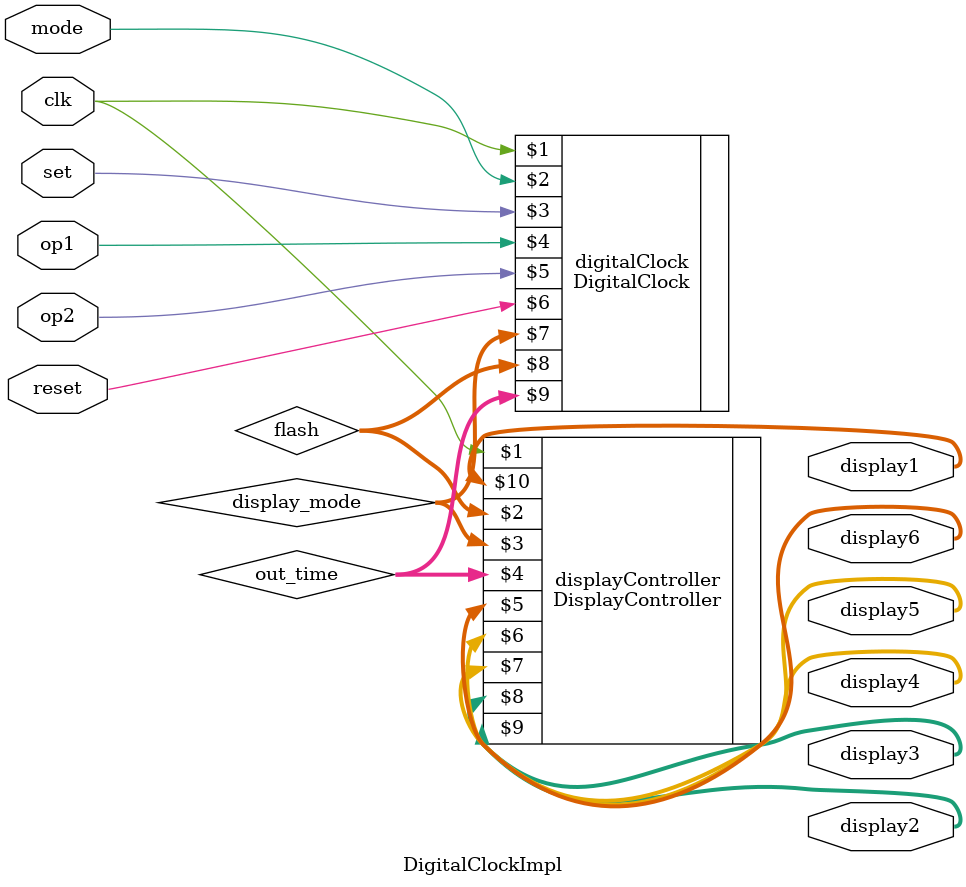
<source format=v>
`timescale 1ns / 1ps
module DigitalClockImpl(
	 input clk,
    input mode,
    input set,
    input op1,
    input op2,
    input reset,
	 output [6:0] display6,
    output [6:0] display5,
    output [6:0] display4,
    output [6:0] display3,
    output [6:0] display2,
    output [6:0] display1
    );
	 wire [1:0] display_mode;
    wire [2:0] flash;
    wire [20:0] out_time;
	 
	 DigitalClock digitalClock(clk, mode, set, op1, op2, reset, display_mode, flash, out_time);
	 DisplayController displayController(clk, flash, display_mode, out_time, display6, display5, display4, display3, display2, display1);
endmodule

</source>
